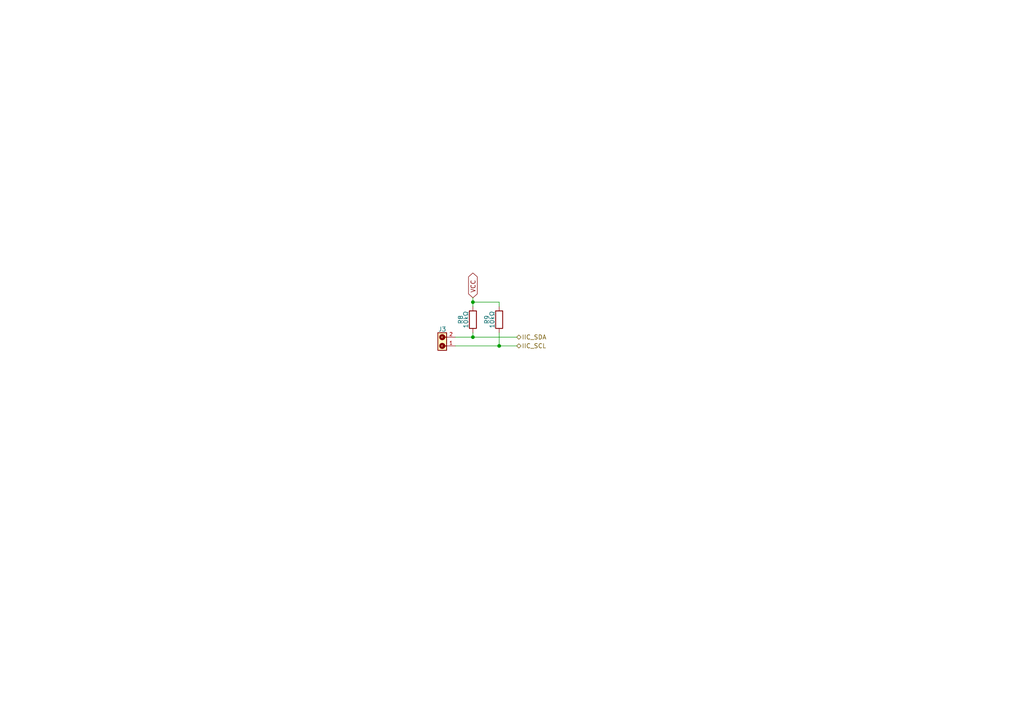
<source format=kicad_sch>
(kicad_sch (version 20231120) (generator "eeschema") (generator_version "8.0")
  (paper "A4")
  (lib_symbols
    (symbol "6130XX11121_61300211121:6130XX11121_61300211121" (pin_names (offset 1.016))
      (property "Reference" "J" (at -5.08 -1.778 0))
      (symbol "6130XX11121_61300211121_0_0"
        (rectangle (start -3.81 -2.54) (end 1.27 0) (stroke (width 0.254)) (fill (type background)))
        (circle (center -2.54 -1.27) (radius 0.254) (stroke (width 0.635)))
        (circle (center 0 -1.27) (radius 0.254) (stroke (width 0.635)))
        (polyline (pts (xy -2.54 -1.27) (xy -2.54 -2.54)) (stroke (width 0.254)))
        (polyline (pts (xy 0 -1.27) (xy 0 -2.54)) (stroke (width 0.254)))
        (pin passive line (at -2.54 -5.08 90) (length 2.54) (name "~") (number "1"))
        (pin passive line (at 0 -5.08 90) (length 2.54) (name "~") (number "2"))
      )
    )
    (symbol "Device:R" (pin_numbers hide) (pin_names (offset 0))
      (property "Reference" "R" (at 2.032 0 90))
      (property "Value" "R" (at 0 0 90))
      (symbol "R_0_1"
        (rectangle (start -1.016 -2.54) (end 1.016 2.54) (stroke (width 0.254)))
      )
      (symbol "R_1_1"
        (pin passive line (at 0 3.81 270) (length 1.27) (name "~") (number "1"))
        (pin passive line (at 0 -3.81 90) (length 1.27) (name "~") (number "2"))
      )
    )
  )
  (junction (at 144.78 100.33))
  (junction (at 137.16 97.79))
  (junction (at 137.16 87.63))
  (wire (pts (xy 137.16 87.63) (xy 137.16 88.9)))
  (wire (pts (xy 137.16 86.36) (xy 137.16 87.63)))
  (wire (pts (xy 144.78 96.52) (xy 144.78 100.33)))
  (wire (pts (xy 137.16 96.52) (xy 137.16 97.79)))
  (wire (pts (xy 137.16 87.63) (xy 144.78 87.63)))
  (wire (pts (xy 132.08 100.33) (xy 144.78 100.33)))
  (wire (pts (xy 144.78 100.33) (xy 149.86 100.33)))
  (wire (pts (xy 137.16 97.79) (xy 149.86 97.79)))
  (wire (pts (xy 132.08 97.79) (xy 137.16 97.79)))
  (wire (pts (xy 144.78 87.63) (xy 144.78 88.9)))
  (global_label "VCC" (shape bidirectional) (at 137.16 86.36 90) (property "Intersheetrefs" "${INTERSHEET_REFS}" (effects (hide yes))))
  (hierarchical_label "IIC_SCL" (shape bidirectional) (at 149.86 100.33 0))
  (hierarchical_label "IIC_SDA" (shape bidirectional) (at 149.86 97.79 0))
  (symbol (lib_id "Device:R") (at 137.16 92.71 180) (unit 1)
    (property "Reference" "R8" (at 133.604 92.71 90))
    (property "Value" "10kΩ" (at 135.128 92.71 90))
    (property "Footprint" "Resistor_SMD:R_0805_2012Metric_Pad1.20x1.40mm_HandSolder" (effects (hide yes)))
    (property "Description" "Resistor" (effects (hide yes)))
  )
  (symbol (lib_id "6130XX11121_61300211121:6130XX11121_61300211121") (at 127 97.79 90) (unit 1)
    (property "Reference" "J3" (at 128.27 95.504 90))
    (property "Value" "61300211121" (effects (hide yes)))
    (property "Footprint" "footprints:61300211121" (effects (hide yes)))
    (property "ROWS" "Single" (effects (hide yes)))
    (property "GENDER" "Pin Header" (effects (hide yes)))
    (property "MOUNT" "THT" (effects (hide yes)))
    (property "IR" "3A" (effects (hide yes)))
    (property "VALUE" "61300211121" (effects (hide yes)))
    (property "PACKAGING" "Bag" (effects (hide yes)))
    (property "PINS" "2" (effects (hide yes)))
    (property "DATASHEET-URL" "https://www.we-online.com/redexpert/spec/61300211121?ae" (effects (hide yes)))
    (property "PITCH" "2.54mm" (effects (hide yes)))
    (property "PART-NUMBER" "61300211121" (effects (hide yes)))
    (property "TYPE" "Straight" (effects (hide yes)))
  )
  (symbol (lib_id "Device:R") (at 144.78 92.71 180) (unit 1)
    (property "Reference" "R9" (at 141.224 92.71 90))
    (property "Value" "10kΩ" (at 142.748 92.71 90))
    (property "Footprint" "Resistor_SMD:R_0805_2012Metric_Pad1.20x1.40mm_HandSolder" (effects (hide yes)))
    (property "Description" "Resistor" (effects (hide yes)))
  )
)
</source>
